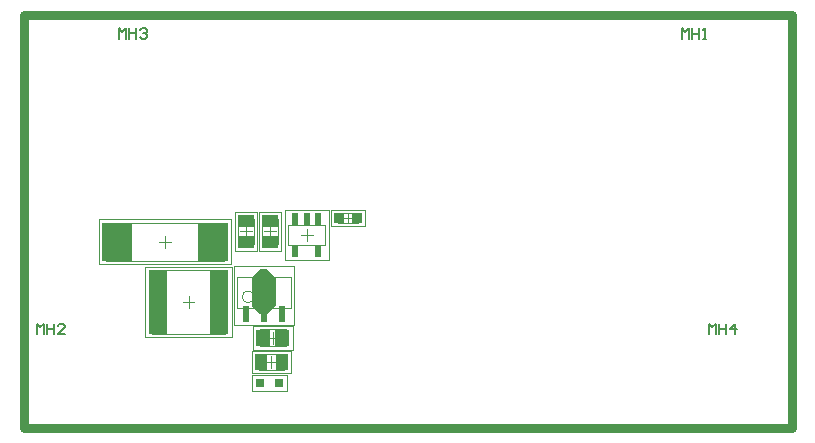
<source format=gtp>
G04*
G04 #@! TF.GenerationSoftware,Altium Limited,Altium Designer,18.1.11 (251)*
G04*
G04 Layer_Color=8421504*
%FSLAX25Y25*%
%MOIN*%
G70*
G01*
G75*
%ADD12C,0.00197*%
%ADD13C,0.00650*%
%ADD14C,0.03000*%
%ADD15C,0.00394*%
%ADD16R,0.02362X0.05512*%
%ADD17R,0.02362X0.02756*%
%ADD18R,0.02362X0.04134*%
%ADD19R,0.03937X0.05315*%
%ADD20R,0.03347X0.03543*%
%ADD21R,0.03150X0.03150*%
%ADD22R,0.10197X0.12756*%
%ADD23R,0.06496X0.21260*%
%ADD24R,0.05118X0.05709*%
%ADD25R,0.05315X0.03937*%
G36*
X83937Y50102D02*
Y40653D01*
X81181Y37898D01*
X78819D01*
X76063Y40653D01*
Y50102D01*
X78819Y52858D01*
X81181D01*
X83937Y50102D01*
D02*
G37*
D12*
X90039Y34157D02*
Y53843D01*
X69961Y34157D02*
Y53843D01*
X90039D01*
X69961Y34157D02*
X90039D01*
X86976Y56047D02*
Y72583D01*
X101543Y56047D02*
Y72583D01*
X86976Y56047D02*
X101543D01*
X86976Y72583D02*
X101543D01*
X75961Y18260D02*
Y25740D01*
X88953Y18260D02*
Y25740D01*
X75961D02*
X88953D01*
X75961Y18260D02*
X88953D01*
X102291Y67244D02*
X113709D01*
X102291Y72756D02*
X113709D01*
Y67244D02*
Y72756D01*
X102291Y67244D02*
Y72756D01*
X76339Y17559D02*
X87559D01*
X76142Y12441D02*
Y17559D01*
X76339Y12441D02*
X87559D01*
Y17559D01*
X24953Y54520D02*
Y69480D01*
X69047Y54520D02*
Y69480D01*
X24953D02*
X69047D01*
X24953Y54520D02*
X69047D01*
X40492Y30386D02*
Y53614D01*
X69232Y30386D02*
Y53614D01*
X40492D02*
X69232D01*
X40492Y30386D02*
X69232D01*
X76307Y26063D02*
Y33937D01*
X89693Y26063D02*
Y33937D01*
X76307D02*
X89693D01*
X76307Y26063D02*
X89693D01*
X70260Y72039D02*
X77740D01*
X70260Y59047D02*
X77740D01*
Y72039D01*
X70260Y59047D02*
Y72039D01*
X78260Y59047D02*
X85740D01*
X78260Y72039D02*
X85740D01*
X78260Y59047D02*
Y72039D01*
X85740Y59047D02*
Y72039D01*
D13*
X228200Y31200D02*
Y34699D01*
X229366Y33533D01*
X230533Y34699D01*
Y31200D01*
X231699Y34699D02*
Y31200D01*
Y32949D01*
X234031D01*
Y34699D01*
Y31200D01*
X236947D02*
Y34699D01*
X235198Y32949D01*
X237530D01*
X31650Y129750D02*
Y133249D01*
X32816Y132083D01*
X33983Y133249D01*
Y129750D01*
X35149Y133249D02*
Y129750D01*
Y131499D01*
X37481D01*
Y133249D01*
Y129750D01*
X38648Y132666D02*
X39231Y133249D01*
X40397D01*
X40980Y132666D01*
Y132083D01*
X40397Y131499D01*
X39814D01*
X40397D01*
X40980Y130916D01*
Y130333D01*
X40397Y129750D01*
X39231D01*
X38648Y130333D01*
X4200Y31200D02*
Y34699D01*
X5366Y33533D01*
X6533Y34699D01*
Y31200D01*
X7699Y34699D02*
Y31200D01*
Y32949D01*
X10031D01*
Y34699D01*
Y31200D01*
X13530D02*
X11198D01*
X13530Y33533D01*
Y34116D01*
X12947Y34699D01*
X11781D01*
X11198Y34116D01*
X219350Y129650D02*
Y133149D01*
X220516Y131983D01*
X221683Y133149D01*
Y129650D01*
X222849Y133149D02*
Y129650D01*
Y131399D01*
X225181D01*
Y133149D01*
Y129650D01*
X226348D02*
X227514D01*
X226931D01*
Y133149D01*
X226348Y132566D01*
D14*
X0Y0D02*
X255906D01*
Y137795D01*
X0D02*
X255906D01*
X0Y0D02*
Y137795D01*
D15*
X76653Y43695D02*
G03*
X76653Y43695I-1969J0D01*
G01*
X89055Y39955D02*
Y50191D01*
X70945Y39955D02*
Y50191D01*
X89055D01*
X70945Y39955D02*
X89055D01*
X88059Y61067D02*
Y67563D01*
X100461Y61067D02*
Y67563D01*
X88059Y61067D02*
X100461D01*
X88059Y67563D02*
X100461D01*
X78323Y19342D02*
Y24657D01*
X86591Y19342D02*
Y24657D01*
X78323D02*
X86591D01*
X78323Y19342D02*
X86591D01*
X104654Y68228D02*
X111346D01*
X104654Y71772D02*
X111346D01*
Y68228D02*
Y71772D01*
X104654Y68228D02*
Y71772D01*
X27315Y55701D02*
Y68299D01*
X66685Y55701D02*
Y68299D01*
X27315D02*
X66685D01*
X27315Y55701D02*
X66685D01*
X42854Y31370D02*
Y52630D01*
X66870Y31370D02*
Y52630D01*
X42854D02*
X66870D01*
X42854Y31370D02*
X66870D01*
X78669Y27146D02*
Y32854D01*
X87331Y27146D02*
Y32854D01*
X78669D02*
X87331D01*
X78669Y27146D02*
X87331D01*
X71342Y69677D02*
X76657D01*
X71342Y61409D02*
X76657D01*
Y69677D01*
X71342Y61409D02*
Y69677D01*
X79343Y61409D02*
X84658D01*
X79343Y69677D02*
X84658D01*
X79343Y61409D02*
Y69677D01*
X84658Y61409D02*
Y69677D01*
X78031Y45073D02*
X81968D01*
X80000Y43104D02*
Y47041D01*
X92291Y64315D02*
X96228D01*
X94260Y62347D02*
Y66284D01*
X80488Y22000D02*
X84425D01*
X82457Y20031D02*
Y23968D01*
X108000Y68228D02*
Y71772D01*
X106228Y70000D02*
X109772D01*
X45031Y62000D02*
X48968D01*
X47000Y60031D02*
Y63968D01*
X52894Y42000D02*
X56831D01*
X54862Y40031D02*
Y43968D01*
X81032Y30000D02*
X84969D01*
X83000Y28032D02*
Y31969D01*
X74000Y63575D02*
Y67512D01*
X72031Y65543D02*
X75968D01*
X82000Y63575D02*
Y67512D01*
X80032Y65543D02*
X83969D01*
D16*
X85905Y37898D02*
D03*
X74094D02*
D03*
D17*
X80000Y36520D02*
D03*
D18*
X98000Y59000D02*
D03*
X90520D02*
D03*
Y69630D02*
D03*
X94260D02*
D03*
X98000D02*
D03*
D19*
X78913Y22000D02*
D03*
X86000D02*
D03*
D20*
X111051Y70000D02*
D03*
X104949D02*
D03*
D21*
X85000Y15000D02*
D03*
X78701D02*
D03*
D22*
X31016Y62000D02*
D03*
X62984D02*
D03*
D23*
X44724Y42000D02*
D03*
X65000D02*
D03*
D24*
X79850Y30000D02*
D03*
X86150D02*
D03*
D25*
X74000Y69087D02*
D03*
Y62000D02*
D03*
X82000D02*
D03*
Y69087D02*
D03*
M02*

</source>
